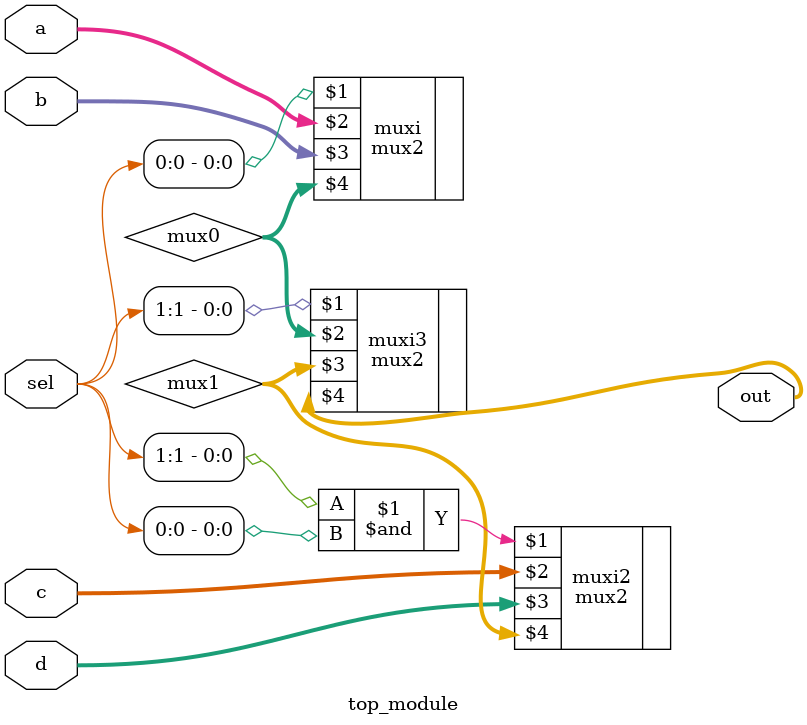
<source format=v>
module top_module (
    input [1:0] sel,
    input [7:0] a,
    input [7:0] b,
    input [7:0] c,
    input [7:0] d,
    output [7:0] out  ); //

    wire [7:0]mux0, mux1;
    mux2 muxi ( sel[0],    a,    b, mux0 );
    mux2 muxi2 ( sel[1]&sel[0],    c,    d, mux1 );
    mux2 muxi3 ( sel[1], mux0, mux1,  out );

endmodule

</source>
